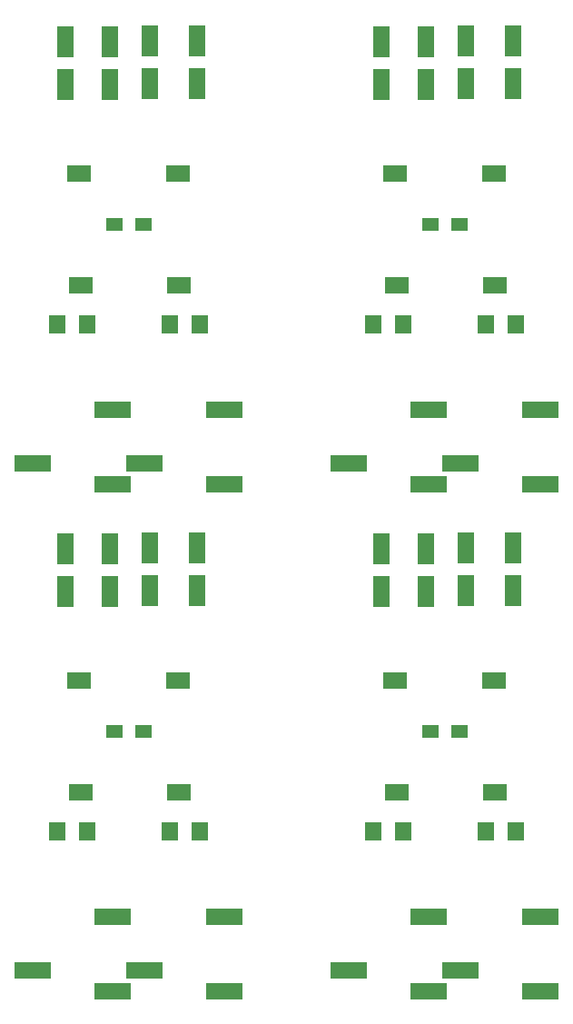
<source format=gbr>
G04 #@! TF.GenerationSoftware,KiCad,Pcbnew,5.0.0-rc2-dev-unknown-ce1bd4c~62~ubuntu16.04.1*
G04 #@! TF.CreationDate,2018-03-08T22:00:34+01:00*
G04 #@! TF.ProjectId,BM20_multi,424D32305F6D756C74692E6B69636164,rev?*
G04 #@! TF.SameCoordinates,Original*
G04 #@! TF.FileFunction,Paste,Top*
G04 #@! TF.FilePolarity,Positive*
%FSLAX46Y46*%
G04 Gerber Fmt 4.6, Leading zero omitted, Abs format (unit mm)*
G04 Created by KiCad (PCBNEW 5.0.0-rc2-dev-unknown-ce1bd4c~62~ubuntu16.04.1) date Thu Mar  8 22:00:34 2018*
%MOMM*%
%LPD*%
G01*
G04 APERTURE LIST*
%ADD10R,1.597660X1.800860*%
%ADD11R,2.180000X1.600000*%
%ADD12R,3.500000X1.500000*%
%ADD13R,1.500000X1.300000*%
%ADD14R,1.501140X2.999740*%
G04 APERTURE END LIST*
D10*
X108625640Y-127038100D03*
X111465360Y-127038100D03*
D11*
X110662770Y-113027680D03*
X119867630Y-113032320D03*
D12*
X113833600Y-141986000D03*
X106333600Y-139986000D03*
X113833600Y-134986000D03*
X124247600Y-134986000D03*
X116747600Y-139986000D03*
X124247600Y-141986000D03*
D13*
X116666000Y-117703600D03*
X113966000Y-117703600D03*
D14*
X121716800Y-104602280D03*
X121716800Y-100604320D03*
X109410500Y-104741980D03*
X109410500Y-100744020D03*
D10*
X119115840Y-127063500D03*
X121955560Y-127063500D03*
D14*
X117322600Y-100642420D03*
X117322600Y-104640380D03*
D11*
X110815170Y-123441680D03*
X120020030Y-123446320D03*
D14*
X113550700Y-104741980D03*
X113550700Y-100744020D03*
D10*
X138089640Y-127038100D03*
X140929360Y-127038100D03*
D11*
X140126770Y-113027680D03*
X149331630Y-113032320D03*
D12*
X143297600Y-141986000D03*
X135797600Y-139986000D03*
X143297600Y-134986000D03*
X153711600Y-134986000D03*
X146211600Y-139986000D03*
X153711600Y-141986000D03*
D13*
X146130000Y-117703600D03*
X143430000Y-117703600D03*
D14*
X151180800Y-104602280D03*
X151180800Y-100604320D03*
X138874500Y-104741980D03*
X138874500Y-100744020D03*
D10*
X148579840Y-127063500D03*
X151419560Y-127063500D03*
D14*
X146786600Y-100642420D03*
X146786600Y-104640380D03*
D11*
X140279170Y-123441680D03*
X149484030Y-123446320D03*
D14*
X143014700Y-104741980D03*
X143014700Y-100744020D03*
D10*
X138089640Y-79794100D03*
X140929360Y-79794100D03*
D11*
X140126770Y-65783680D03*
X149331630Y-65788320D03*
D12*
X143297600Y-94742000D03*
X135797600Y-92742000D03*
X143297600Y-87742000D03*
X153711600Y-87742000D03*
X146211600Y-92742000D03*
X153711600Y-94742000D03*
D13*
X146130000Y-70459600D03*
X143430000Y-70459600D03*
D14*
X151180800Y-57358280D03*
X151180800Y-53360320D03*
X138874500Y-57497980D03*
X138874500Y-53500020D03*
D10*
X148579840Y-79819500D03*
X151419560Y-79819500D03*
D14*
X146786600Y-53398420D03*
X146786600Y-57396380D03*
D11*
X140279170Y-76197680D03*
X149484030Y-76202320D03*
D14*
X143014700Y-57497980D03*
X143014700Y-53500020D03*
D12*
X124247600Y-94742000D03*
X116747600Y-92742000D03*
X124247600Y-87742000D03*
D10*
X111465360Y-79794100D03*
X108625640Y-79794100D03*
X121955560Y-79819500D03*
X119115840Y-79819500D03*
D13*
X113966000Y-70459600D03*
X116666000Y-70459600D03*
D11*
X120020030Y-76202320D03*
X110815170Y-76197680D03*
X119867630Y-65788320D03*
X110662770Y-65783680D03*
D14*
X121716800Y-53360320D03*
X121716800Y-57358280D03*
X117322600Y-57396380D03*
X117322600Y-53398420D03*
X113550700Y-53500020D03*
X113550700Y-57497980D03*
D12*
X113833600Y-87742000D03*
X106333600Y-92742000D03*
X113833600Y-94742000D03*
D14*
X109410500Y-53500020D03*
X109410500Y-57497980D03*
M02*

</source>
